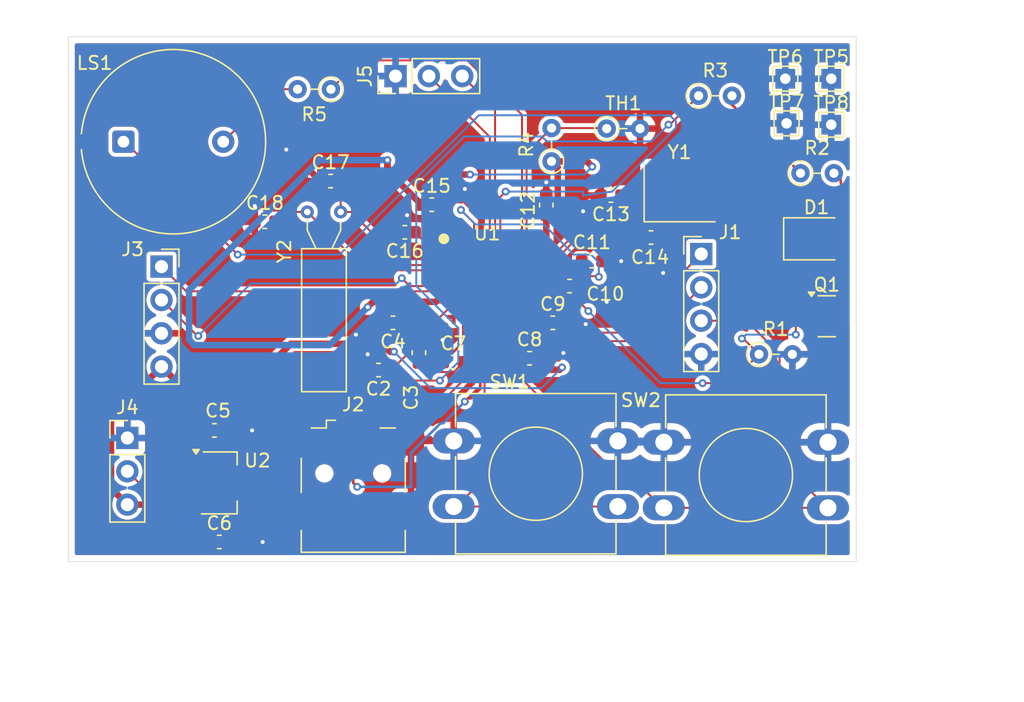
<source format=kicad_pcb>
(kicad_pcb (version 20240108) (generator "pcbnew") (generator_version "8.0")
  (layers (0 "F.Cu" signal) (1 "In1.Cu" signal) (2 "In2.Cu" signal) (31 "B.Cu" signal) (34 "B.Paste" user) (35 "F.Paste" user) (36 "B.SilkS" user "B.Silkscreen") (37 "F.SilkS" user "F.Silkscreen") (38 "B.Mask" user) (39 "F.Mask" user) (44 "Edge.Cuts" user))
  (net 0 "")
  (net 1 "+3.3V")
  (net 2 "GND")
  (net 3 "/VBUS")
  (net 4 "Net-(U1-DECUSB)")
  (net 5 "Net-(U1-DEC5)")
  (net 6 "/DEC4_6")
  (net 7 "Net-(U1-DEC3)")
  (net 8 "Net-(U1-XC2)")
  (net 9 "Net-(U1-XC1)")
  (net 10 "Net-(U1-DEC1)")
  (net 11 "Net-(U1-P0.00{slash}XL1)")
  (net 12 "Net-(U1-P0.01{slash}XL2)")
  (net 13 "Net-(D1-K)")
  (net 14 "Net-(D1-A)")
  (net 15 "Net-(J1-Pin_2)")
  (net 16 "Net-(J1-Pin_3)")
  (net 17 "Net-(J1-Pin_1)")
  (net 18 "Net-(J2-D+)")
  (net 20 "Net-(J2-D-)")
  (net 21 "Net-(J3-Pin_1)")
  (net 22 "Net-(J3-Pin_2)")
  (net 23 "Net-(J5-Pin_2)")
  (net 24 "Net-(J5-Pin_3)")
  (net 25 "Net-(U1-AIN4{slash}P0.28)")
  (net 26 "Net-(LS1-Pad2)")
  (net 27 "/LED_MOSFET_GATE")
  (net 28 "Net-(R2-Pad1)")
  (net 29 "Net-(U1-AIN1{slash}P0.03)")
  (net 30 "Net-(U1-AIN0{slash}P0.02)")
  (net 31 "Net-(U1-P0.17)")
  (footprint "Capacitor_SMD:C_0603_1608Metric" (layer "F.Cu") (at 86.875 100.1)
    (property "Reference" "C11")
    (property "Value" "100pF")
  )
  (footprint "Resistor_THT:R_Axial_DIN0204_L3.6mm_D1.6mm_P2.54mm_Vertical" (layer "F.Cu") (at 95 87.5)
    (property "Reference" "R3")
    (property "Value" "22")
  )
  (footprint "Capacitor_SMD:C_0603_1608Metric" (layer "F.Cu") (at 58.125 113)
    (property "Reference" "C5")
    (property "Value" "4.7uF")
  )
  (footprint "Capacitor_SMD:C_0603_1608Metric" (layer "F.Cu") (at 85.175 102)
    (property "Reference" "C10")
    (property "Value" "1uF")
  )
  (footprint "LED_SMD:LED_PLCC_2835_Handsoldering" (layer "F.Cu") (at 103.975 98.4)
    (property "Reference" "D1")
    (property "Value" "LED")
  )
  (footprint "Capacitor_SMD:C_0603_1608Metric" (layer "F.Cu") (at 66.975 94)
    (property "Reference" "C17")
    (property "Value" "12pF")
  )
  (footprint "Crystal:Crystal_AT310_D3.0mm_L10.0mm_Horizontal" (layer "F.Cu") (at 65.2 96.35)
    (property "Reference" "Y2")
    (property "Value" "32kHz")
  )
  (footprint "Connector_PinHeader_2.54mm:PinHeader_1x04_P2.54mm_Vertical" (layer "F.Cu") (at 95.2 99.56)
    (property "Reference" "J1")
    (property "Value" "Conn_01x04")
  )
  (footprint "Capacitor_SMD:C_0603_1608Metric" (layer "F.Cu") (at 91.375 98.3)
    (property "Reference" "C14")
    (property "Value" "12pF")
  )
  (footprint "Capacitor_SMD:C_0603_1608Metric" (layer "F.Cu") (at 58.5 121.5)
    (property "Reference" "C6")
    (property "Value" "4.7uF")
  )
  (footprint "Crystal:Crystal_SMD_3225-4Pin_3.2x2.5mm_HandSoldering" (layer "F.Cu") (at 93.55 94.85)
    (property "Reference" "Y1")
    (property "Value" "32MHz")
  )
  (footprint "Package_TO_SOT_SMD:SOT-89-3" (layer "F.Cu") (at 58.5 117)
    (property "Reference" "U2")
    (property "Value" "MCP1700x-330xxMB")
  )
  (footprint "Capacitor_SMD:C_0603_1608Metric" (layer "F.Cu") (at 71.725 104.8 180)
    (property "Reference" "C4")
    (property "Value" "1uF")
  )
  (footprint "Connector_PinHeader_2.54mm:PinHeader_1x03_P2.54mm_Vertical" (layer "F.Cu") (at 51.5 113.575)
    (property "Reference" "J4")
    (property "Value" "Conn_01x03")
  )
  (footprint "Connector_PinSocket_2.54mm:PinSocket_1x04_P2.54mm_Vertical" (layer "F.Cu") (at 54.1 100.52)
    (property "Reference" "J3")
    (property "Value" "Conn_01x04")
  )
  (footprint "Resistor_THT:R_Axial_DIN0204_L3.6mm_D1.6mm_P2.54mm_Vertical" (layer "F.Cu") (at 83.8 92.5 90)
    (property "Reference" "R4")
    (property "Value" "10k")
  )
  (footprint "E7020E:TestPoint_THTPad_1.5x1.5mm_Drill0.8mm" (layer "F.Cu") (at 101.7 89.6)
    (property "Reference" "TP7")
    (property "Value" "TestPoint")
  )
  (footprint "Capacitor_SMD:C_0603_1608Metric" (layer "F.Cu") (at 76.325 107.8)
    (property "Reference" "C7")
    (property "Value" "4.7uF")
  )
  (footprint "Capacitor_SMD:C_0603_1608Metric" (layer "F.Cu") (at 70.625 108.4 180)
    (property "Reference" "C2")
    (property "Value" "1uF")
  )
  (footprint "Resistor_THT:R_Axial_DIN0204_L3.6mm_D1.6mm_P2.54mm_Vertical" (layer "F.Cu") (at 88 90)
    (property "Reference" "TH1")
    (property "Value" "Thermistor_NTC")
  )
  (footprint "Button_Switch_THT:SW_PUSH-12mm" (layer "F.Cu") (at 92.35 113.9)
    (property "Reference" "SW2")
    (property "Value" "SW_Push")
  )
  (footprint "Capacitor_SMD:C_0603_1608Metric" (layer "F.Cu") (at 88.325 95.1 180)
    (property "Reference" "C13")
    (property "Value" "12pF")
  )
  (footprint "E7020E:TestPoint_THTPad_1.5x1.5mm_Drill0.8mm" (layer "F.Cu") (at 105.1 89.7)
    (property "Reference" "TP8")
    (property "Value" "TestPoint")
  )
  (footprint "Capacitor_SMD:C_0603_1608Metric" (layer "F.Cu") (at 74.675 95.8)
    (property "Reference" "C15")
    (property "Value" "1uF")
  )
  (footprint "Capacitor_SMD:C_0603_1608Metric" (layer "F.Cu") (at 82.125 107.5)
    (property "Reference" "C8")
    (property "Value" "100nF")
  )
  (footprint "Capacitor_SMD:C_0603_1608Metric" (layer "F.Cu") (at 83.9 104.8)
    (property "Reference" "C9")
    (property "Value" "828pF")
  )
  (footprint "Capacitor_SMD:C_0603_1608Metric" (layer "F.Cu") (at 73.7 107.075 -90)
    (property "Reference" "C3")
    (property "Value" "4.7uF")
  )
  (footprint "E7020E:TestPoint_THTPad_1.5x1.5mm_Drill0.8mm" (layer "F.Cu") (at 101.6 86.2)
    (property "Reference" "TP6")
    (property "Value" "TestPoint")
  )
  (footprint "Buzzer_Beeper:Indicator_PUI_AI-1440-TWT-24V-2-R" (layer "F.Cu") (at 51.2 91)
    (property "Reference" "LS1")
    (property "Value" "Speaker_Crystal")
  )
  (footprint "Capacitor_SMD:C_0603_1608Metric" (layer "F.Cu") (at 83.4 95.825 90)
    (property "Reference" "C12")
    (property "Value" "100nF")
  )
  (footprint "Button_Switch_THT:SW_PUSH-12mm" (layer "F.Cu") (at 76.35 113.8)
    (property "Reference" "SW1")
    (property "Value" "SW_Push")
  )
  (footprint "Connector_PinHeader_2.54mm:PinHeader_1x03_P2.54mm_Vertical" (layer "F.Cu") (at 71.92 86 90)
    (property "Reference" "J5")
    (property "Value" "Conn_01x03")
  )
  (footprint "Connector_USB:USB_Mini-B_Wuerth_65100516121_Horizontal" (layer "F.Cu") (at 68.7 116.275)
    (property "Reference" "J2")
    (property "Value" "USB_B_Mini")
  )
  (footprint "Resistor_THT:R_Axial_DIN0204_L3.6mm_D1.6mm_P2.54mm_Vertical" (layer "F.Cu") (at 67 87 180)
    (property "Reference" "R5")
    (property "Value" "100")
  )
  (footprint "Resistor_THT:R_Axial_DIN0204_L3.6mm_D1.6mm_P2.54mm_Vertical" (layer "F.Cu") (at 102.76 93.4)
    (property "Reference" "R2")
    (property "Value" "22")
  )
  (footprint "Capacitor_SMD:C_0603_1608Metric" (layer "F.Cu") (at 72.625 97.9 180)
    (property "Reference" "C16")
    (property "Value" "4.7uF")
  )
  (footprint "Resistor_THT:R_Axial_DIN0204_L3.6mm_D1.6mm_P2.54mm_Vertical" (layer "F.Cu") (at 99.6 107.2)
    (property "Reference" "R1")
    (property "Value" "10k")
  )
  (footprint "E7020E:TestPoint_THTPad_1.5x1.5mm_Drill0.8mm" (layer "F.Cu") (at 105.1 86.2)
    (property "Reference" "TP5")
    (property "Value" "TestPoint")
  )
  (footprint "Package_TO_SOT_SMD:SOT-23" (layer "F.Cu") (at 104.7625 104.3)
    (property "Reference" "Q1")
    (property "Value" "Q_NMOS_GSD")
  )
  (footprint "Capacitor_SMD:C_0603_1608Metric" (layer "F.Cu") (at 61.975 97.1)
    (property "Reference" "C18")
    (property "Value" "12pF")
  )
  (footprint "E7020E:QFN-40-1EP_5x5mm_P0.4mm_EP3.6x3.6mm" (layer "F.Cu") (at 78.9 101.8)
    (property "Reference" "U1")
    (property "Value" "nRF52833-QDxx")
  )
  (gr_rect (start 47 83) (end 107 123) (stroke (width 0.05)) (fill none) (layer "Edge.Cuts"))
  (segment (start 81.35 107.5) (end 79.9 106.05) (width 0.15) (layer "F.Cu") (net 1))
  (segment (start 76.2 93.5) (end 77.6 93.5) (width 0.5) (layer "F.Cu") (net 1))
  (segment (start 71.6 93.5) (end 71.8 93.5) (width 0.15) (layer "F.Cu") (net 1))
  (segment (start 84.275 95.725) (end 84.275 92.975) (width 0.5) (layer "F.Cu") (net 1))
  (segment (start 84.425 108.375) (end 84.6 108.2) (width 0.5) (layer "F.Cu") (net 1))
  (segment (start 56.395 118.655) (end 56.55 118.5) (width 0.5) (layer "F.Cu") (net 1))
  (segment (start 83.4 96.6) (end 84.275 95.725) (width 0.5) (layer "F.Cu") (net 1))
  (segment (start 50.25 111.99) (end 54.1 108.14) (width 0.5) (layer "F.Cu") (net 1))
  (segment (start 83.4 99.5) (end 83.025 99.875) (width 0.5) (layer "F.Cu") (net 1))
  (segment (start 76.41 103.2) (end 76.41 102.8) (width 0.15) (layer "F.Cu") (net 1))
  (segment (start 83.8 92.5) (end 86.5 92.5) (width 0.5) (layer "F.Cu") (net 1))
  (segment (start 71.3 93) (end 71.8 93.5) (width 0.5) (layer "F.Cu") (net 1))
  (segment (start 86.5 92.5) (end 86.9 92.9) (width 0.5) (layer "F.Cu") (net 1))
  (segment (start 73.9 95.8) (end 76.2 93.5) (width 0.5) (layer "F.Cu") (net 1))
  (segment (start 71.3 92.4) (end 71.3 93.2) (width 0.5) (layer "F.Cu") (net 1))
  (segment (start 74.2 103.2) (end 70.2 103.2) (width 0.5) (layer "F.Cu") (net 1))
  (segment (start 79.9 106.05) (end 79.9 104.29) (width 0.15) (layer "F.Cu") (net 1))
  (segment (start 83.4 96.6) (end 83.4 99.5) (width 0.5) (layer "F.Cu") (net 1))
  (segment (start 57.35 113) (end 57.35 111.39) (width 0.5) (layer "F.Cu") (net 1))
  (segment (start 70.9 106.4) (end 72.5 104.8) (width 0.5) (layer "F.Cu") (net 1))
  (segment (start 81.35 107.5) (end 82.225 108.375) (width 0.5) (layer "F.Cu") (net 1))
  (segment (start 84.275 92.975) (end 83.8 92.5) (width 0.5) (layer "F.Cu") (net 1))
  (segment (start 75 103.2) (end 74.2 103.2) (width 0.5) (layer "F.Cu") (net 1))
  (segment (start 57.35 111.39) (end 54.1 108.14) (width 0.5) (layer "F.Cu") (net 1))
  (segment (start 74.1 103.2) (end 74.2 103.2) (width 0.5) (layer "F.Cu") (net 1))
  (segment (start 63.95 106.4) (end 70.9 106.4) (width 0.5) (layer "F.Cu") (net 1))
  (segment (start 71.8 107) (end 71.5 107) (width 0.5) (layer "F.Cu") (net 1))
  (segment (start 57.35 113) (end 63.95 106.4) (width 0.5) (layer "F.Cu") (net 1))
  (segment (start 75.125 103.075) (end 76.41 103.075) (width 0.5) (layer "F.Cu") (net 1))
  (segment (start 51.5 118.655) (end 50.25 117.405) (width 0.5) (layer "F.Cu") (net 1))
  (segment (start 72.5 104.8) (end 74.1 103.2) (width 0.5) (layer "F.Cu") (net 1))
  (segment (start 83.025 99.875) (end 81.39 99.875) (width 0.5) (layer "F.Cu") (net 1))
  (segment (start 75 103.2) (end 75.125 103.075) (width 0.5) (layer "F.Cu") (net 1))
  (segment (start 73.9 95.8) (end 75.4 97.3) (width 0.5) (layer "F.Cu") (net 1))
  (segment (start 75 103.2) (end 74.1 103.2) (width 0.15) (layer "F.Cu") (net 1))
  (segment (start 70.2 103.2) (end 69.8 103.6) (width 0.5) (layer "F.Cu") (net 1))
  (segment (start 50.25 117.405) (end 50.25 111.99) (width 0.5) (layer "F.Cu") (net 1))
  (segment (start 84.15 92.85) (end 83.8 92.5) (width 0.15) (layer "F.Cu") (net 1))
  (segment (start 51.5 118.655) (end 56.395 118.655) (width 0.5) (layer "F.Cu") (net 1))
  (segment (start 75.4 97.3) (end 76.5 97.3) (width 0.5) (layer "F.Cu") (net 1))
  (segment (start 71.3 92.4) (end 71.3 93) (width 0.5) (layer "F.Cu") (net 1))
  (segment (start 82.225 108.375) (end 84.425 108.375) (width 0.5) (layer "F.Cu") (net 1))
  (segment (start 71.3 93.2) (end 73.9 95.8) (width 0.5) (layer "F.Cu") (net 1))
  (segment (start 76.5 97.3) (end 76.975 97.775) (width 0.5) (layer "F.Cu") (net 1))
  (segment (start 71.5 107) (end 70.9 106.4) (width 0.5) (layer "F.Cu") (net 1))
  (segment (start 76.975 97.775) (end 76.975 99.31) (width 0.5) (layer "F.Cu") (net 1))
  (via (at 86.9 92.9) (size 0.6) (drill 0.3) (layers "F.Cu" "B.Cu") (net 1))
  (via (at 84.6 108.2) (size 0.6) (drill 0.3) (layers "F.Cu" "B.Cu") (net 1))
  (via (at 69.8 103.6) (size 0.6) (drill 0.3) (layers "F.Cu" "B.Cu") (net 1))
  (via (at 77.6 93.5) (size 0.6) (drill 0.3) (layers "F.Cu" "B.Cu") (net 1))
  (via (at 71.8 107) (size 0.6) (drill 0.3) (layers "F.Cu" "B.Cu") (net 1))
  (via (at 71.3 92.4) (size 0.6) (drill 0.3) (layers "F.Cu" "B.Cu") (net 1))
  (segment (start 86.3 93.5) (end 86.9 92.9) (width 0.15) (layer "B.Cu") (net 1))
  (segment (start 56.2 102.31005) (end 66.11005 92.4) (width 0.5) (layer "B.Cu") (net 1))
  (segment (start 56.61005 106.5) (end 56.2 106.08995) (width 0.5) (layer "B.Cu") (net 1))
  (segment (start 66.11005 92.4) (end 71.3 92.4) (width 0.5) (layer "B.Cu") (net 1))
  (segment (start 66.9 106.5) (end 56.61005 106.5) (width 0.5) (layer "B.Cu") (net 1))
  (segment (start 69.8 103.6) (end 66.9 106.5) (width 0.5) (layer "B.Cu") (net 1))
  (segment (start 74.575 109.775) (end 71.8 107) (width 0.15) (layer "B.Cu") (net 1))
  (segment (start 56.2 106.08995) (end 56.2 102.31005) (width 0.5) (layer "B.Cu") (net 1))
  (segment (start 84.6 108.2) (end 83.025 109.775) (width 0.15) (layer "B.Cu") (net 1))
  (segment (start 83.025 109.775) (end 74.575 109.775) (width 0.15) (layer "B.Cu") (net 1))
  (segment (start 77.6 93.5) (end 86.3 93.5) (width 0.15) (layer "B.Cu") (net 1))
  (segment (start 77.175 95.625) (end 77.175 94.625) (width 0.15) (layer "F.Cu") (net 2))
  (segment (start 77.138173 95.625) (end 78.3 96.786827) (width 0.15) (layer "F.Cu") (net 2))
  (segment (start 78.3 96.786827) (end 78.3 101.2) (width 0.15) (layer "F.Cu") (net 2))
  (segment (start 61.8 121.5) (end 59.275 121.5) (width 0.5) (layer "F.Cu") (net 2))
  (segment (start 63.8 91.6) (end 66.2 94) (width 0.5) (layer "F.Cu") (net 2))
  (segment (start 61.2 97.1) (end 61.2 95.9) (width 0.5) (layer "F.Cu") (net 2))
  (segment (start 75.45 106.1) (end 75.5 106.1) (width 0.15) (layer "F.Cu") (net 2))
  (segment (start 85.95 102) (end 86.8 102) (width 0.5) (layer "F.Cu") (net 2))
  (segment (start 78.3 96.75) (end 78.3 101.2) (width 0.15) (layer "F.Cu") (net 2))
  (segment (start 87.4 95.1) (end 86.2 96.3) (width 0.5) (layer "F.Cu") (net 2))
  (segment (start 86.3 104.8) (end 86.4 104.9) (width 0.5) (layer "F.Cu") (net 2))
  (segment (start 74.4 108.55) (end 73.7 107.85) (width 0.15) (layer "F.Cu") (net 2))
  (segment (start 63.6 91.6) (end 63.8 91.6) (width 0.5) (layer "F.Cu") (net 2))
  (segment (start 76.55 115.725) (end 73.1 119.175) (width 0.15) (layer "F.Cu") (net 2))
  (segment (start 73.7 107.85) (end 75.45 106.1) (width 0.15) (layer "F.Cu") (net 2))
  (segment (start 68.9 105.7) (end 69.8 104.8) (width 0.15) (layer "F.Cu") (net 2))
  (segment (start 75.625 95.625) (end 77.175 95.625) (width 0.15) (layer "F.Cu") (net 2))
  (segment (start 83.4 95.05) (end 83.4 94.1) (width 0.5) (layer "F.Cu") (net 2))
  (segment (start 86.8 102) (end 88 103.2) (width 0.5) (layer "F.Cu") (net 2))
  (segment (start 69.8 104.8) (end 70.95 104.8) (width 0.15) (layer "F.Cu") (net 2))
  (segment (start 84.675 104.8) (end 86.3 104.8) (width 0.5) (layer "F.Cu") (net 2))
  (segment (start 87.55 95.1) (end 87.4 95.1) (width 0.5) (layer "F.Cu") (net 2))
  (segment (start 58.9 113) (end 61 113) (width 0.5) (layer "F.Cu") (net 2))
  (segment (start 90.54 90) (end 90.54 90.320661) (width 0.5) (layer "F.Cu") (net 2))
  (segment (start 77.1 107.8) (end 76.35 108.55) (width 0.15) (layer "F.Cu") (net 2))
  (segment (start 72.8 96.6) (end 71.85 97.55) (width 0.5) (layer "F.Cu") (net 2))
  (segment (start 92.15 100.85) (end 92.3 101) (width 0.5) (layer "F.Cu") (net 2))
  (segment (start 76.55 113.8) (end 76.55 115.725) (width 0.15) (layer "F.Cu") (net 2))
  (segment (start 92.15 98.3) (end 92.15 100.85) (width 0.5) (layer "F.Cu") (net 2))
  (segment (start 77.175 94.625) (end 77.2 94.6) (width 0.15) (layer "F.Cu") (net 2))
  (segment (start 77.175 95.625) (end 78.3 96.75) (width 0.15) (layer "F.Cu") (net 2))
  (segment (start 69.85 107.25) (end 69.8 107.2) (width 0.5) (layer "F.Cu") (net 2))
  (segment (start 84.3 107.5) (end 84.7 107.1) (width 0.5) (layer "F.Cu") (net 2))
  (segment (start 76.35 108.55) (end 74.4 108.55) (width 0.15) (layer "F.Cu") (net 2))
  (segment (start 76.35 113.8) (end 76.35 115.925) (width 0.5) (layer "F.Cu") (net 2))
  (segment (start 103.825 105.515) (end 103.825 105.25) (width 0.15) (layer "F.Cu") (net 2))
  (segment (start 76.35 115.925) (end 73.1 119.175) (width 0.5) (layer "F.Cu") (net 2))
  (segment (start 73.225 113.8) (end 73.1 113.675) (width 0.5) (layer "F.Cu") (net 2))
  (segment (start 87.65 100.1) (end 89.1 100.1) (width 0.5) (layer "F.Cu") (net 2))
  (segment (start 76.35 113.8) (end 73.225 113.8) (width 0.5) (layer "F.Cu") (net 2))
  (segment (start 78.3 101.2) (end 78.9 101.8) (width 0.15) (layer "F.Cu") (net 2))
  (segment (start 69.85 108.4) (end 69.85 107.25) (width 0.5) (layer "F.Cu") (net 2))
  (segment (start 82.9 107.5) (end 84.3 107.5) (width 0.5) (layer "F.Cu") (net 2))
  (segment (start 71.85 97.55) (end 71.85 97.9) (width 0.5) (layer "F.Cu") (net 2))
  (segment (start 75.45 95.8) (end 75.625 95.625) (width 0.15) (layer "F.Cu") (net 2))
  (via (at 77.2 94.6) (size 0.6) (drill 0.3) (layers "F.Cu" "B.Cu") (net 2))
  (via (at 61.8 121.5) (size 0.6) (drill 0.3) (layers "F.Cu" "B.Cu") (net 2))
  (via (at 75.5 106.1) (size 0.6) (drill 0.3) (layers "F.Cu" "B.Cu") (net 2))
  (via (at 89.1 100.1) (size 0.6) (drill 0.3) (layers "F.Cu" "B.Cu") (net 2))
  (via (at 83.4 94.1) (size 0.6) (drill 0.3) (layers "F.Cu" "B.Cu") (net 2))
  (via (at 88 103.2) (size 0.6) (drill 0.3) (layers "F.Cu" "B.Cu") (net 2))
  (via (at 63.6 91.6) (size 0.6) (drill 0.3) (layers "F.Cu" "B.Cu") (net 2))
  (via (at 61.2 95.9) (size 0.6) (drill 0.3) (layers "F.Cu" "B.Cu") (net 2))
  (via (at 68.9 105.7) (size 0.6) (drill 0.3) (layers "F.Cu" "B.Cu") (net 2))
  (via (at 84.7 107.1) (size 0.6) (drill 0.3) (layers "F.Cu" "B.Cu") (net 2))
  (via (at 86.2 96.3) (size 0.6) (drill 0.3) (layers "F.Cu" "B.Cu") (net 2))
  (via (at 92.3 101) (size 0.6) (drill 0.3) (layers "F.Cu" "B.Cu") (net 2))
  (via (at 72.8 96.6) (size 0.6) (drill 0.3) (layers "F.Cu" "B.Cu") (net 2))
  (via (at 69.8 107.2) (size 0.6) (drill 0.3) (layers "F.Cu" "B.Cu") (net 2))
  (via (at 86.4 104.9) (size 0.6) (drill 0.3) (layers "F.Cu" "B.Cu") (net 2))
  (via (at 61 113) (size 0.6) (drill 0.3) (layers "F.Cu" "B.Cu") (net 2))
  (segment (start 75.5 106.1) (end 69.3 106.1) (width 0.15) (layer "B.Cu") (net 2))
  (segment (start 69.3 106.1) (end 68.9 105.7) (width 0.15) (layer "B.Cu") (net 2))
  (segment (start 95 87.5) (end 92.8 89.7) (width 0.15) (layer "F.Cu") (net 3))
  (segment (start 73.7 106.3) (end 73.7 105.96967) (width 0.15) (layer "F.Cu") (net 3))
  (segment (start 72.2 109.2) (end 71.4 108.4) (width 0.15) (layer "F.Cu") (net 3))
  (segment (start 76.06967 103.6) (end 76.41 103.6) (width 0.15) (layer "F.Cu") (net 3))
  (segment (start 52.385 117) (end 51.5 116.115) (width 0.15) (layer "F.Cu") (net 3))
  (segment (start 57.0925 117.455) (end 63.32 117.455) (width 0.15) (layer "F.Cu") (net 3))
  (segment (start 56.6375 117) (end 52.385 117) (width 0.15) (layer "F.Cu") (net 3))
  (segment (start 57.725 118.0875) (end 56.6375 117) (width 0.15) (layer "F.Cu") (net 3))
  (segment (start 73.7 105.96967) (end 76.06967 103.6) (width 0.15) (layer "F.Cu") (net 3))
  (segment (start 71.6 108.4) (end 71.4 108.4) (width 0.15) (layer "F.Cu") (net 3))
  (segment (start 71.125 108.4) (end 67.1 112.425) (width 0.15) (layer "F.Cu") (net 3))
  (segment (start 75.3 109.2) (end 72.2 109.2) (width 0.15) (layer "F.Cu") (net 3))
  (segment (start 71.4 108.4) (end 71.125 108.4) (width 0.15) (layer "F.Cu") (net 3))
  (segment (start 67.1 112.425) (end 67.1 113.675) (width 0.15) (layer "F.Cu") (net 3))
  (segment (start 57.725 121.5) (end 57.725 118.0875) (width 0.15) (layer "F.Cu") (net 3))
  (segment (start 56.6375 117) (end 57.0925 117.455) (width 0.15) (layer "F.Cu") (net 3))
  (segment (start 92.8 89.7) (end 92.7 89.7) (width 0.15) (layer "F.Cu") (net 3))
  (segment (start 73.7 106.3) (end 71.6 108.4) (width 0.15) (layer "F.Cu") (net 3))
  (segment (start 63.32 117.455) (end 67.1 113.675) (width 0.15) (layer "F.Cu") (net 3))
  (via (at 92.7 89.7) (size 0.6) (drill 0.3) (layers "F.Cu" "B.Cu") (net 3))
  (via (at 75.3 109.2) (size 0.6) (drill 0.3) (layers "F.Cu" "B.Cu") (net 3))
  (segment (start 83.061141 90.6) (end 77.15 90.6) (width 0.15) (layer "B.Cu") (net 3))
  (segment (start 92.7 89.7) (end 91.425 90.975) (width 0.15) (layer "B.Cu") (net 3))
  (segment (start 77.15 90.6) (end 73.5 94.25) (width 0.15) (layer "B.Cu") (net 3))
  (segment (start 76.7 107.8) (end 75.3 109.2) (width 0.15) (layer "B.Cu") (net 3))
  (segment (start 76.7 105.2) (end 76.7 107.8) (width 0.15) (layer "B.Cu") (net 3))
  (segment (start 83.436141 90.975) (end 83.061141 90.6) (width 0.15) (layer "B.Cu") (net 3))
  (segment (start 73.5 94.25) (end 73.5 102) (width 0.15) (layer "B.Cu") (net 3))
  (segment (start 91.425 90.975) (end 83.436141 90.975) (width 0.15) (layer "B.Cu") (net 3))
  (segment (start 73.5 102) (end 76.7 105.2) (width 0.15) (layer "B.Cu") (net 3))
  (segment (start 75.55 107.8) (end 77.075 106.275) (width 0.2) (layer "F.Cu") (net 4))
  (segment (start 77.075 106.275) (end 77.075 104.690685) (width 0.2) (layer "F.Cu") (net 4))
  (segment (start 81.39 103.6) (end 81.925 103.6) (width 0.15) (layer "F.Cu") (net 5))
  (segment (start 81.925 103.6) (end 83.125 104.8) (width 0.15) (layer "F.Cu") (net 5))
  (segment (start 87.35 101.25) (end 85.511658 101.25) (width 0.15) (layer "F.Cu") (net 6))
  (segment (start 81.39 101.6) (end 84 101.6) (width 0.15) (layer "F.Cu") (net 6))
  (segment (start 77.9 99.31) (end 77.9 97.2) (width 0.15) (layer "F.Cu") (net 6))
  (segment (start 87.4 101.3) (end 87.35 101.25) (width 0.15) (layer "F.Cu") (net 6))
  (segment (start 84 101.6) (end 84.4 102) (width 0.15) (layer "F.Cu") (net 6))
  (segment (start 84.761658 102) (end 84.4 102) (width 0.15) (layer "F.Cu") (net 6))
  (segment (start 77.9 97.2) (end 76.9 96.2) (width 0.15) (layer "F.Cu") (net 6))
  (segment (start 85.511658 101.25) (end 84.761658 102) (width 0.15) (layer "F.Cu") (net 6))
  (via (at 76.9 96.2) (size 0.6) (drill 0.3) (layers "F.Cu" "B.Cu") (net 6))
  (via (at 87.4 101.3) (size 0.6) (drill 0.3) (layers "F.Cu" "B.Cu") (net 6))
  (segment (start 85.5 99.6) (end 83.2 97.3) (width 0.15) (layer "B.Cu") (net 6))
  (segment (start 86.8 99.6) (end 85.5 99.6) (width 0.15) (layer "B.Cu") (net 6))
  (segment (start 87.4 101.3) (end 87.4 100.2) (width 0.15) (layer "B.Cu") (net 6))
  (segment (start 83.2 97.3) (end 78 97.3) (width 0.15) (layer "B.Cu") (net 6))
  (segment (start 87.4 100.2) (end 86.8 99.6) (width 0.15) (layer "B.Cu") (net 6))
  (segment (start 78 97.3) (end 76.9 96.2) (width 0.15) (layer "B.Cu") (net 6))
  (segment (start 86.1 100.1) (end 85 101.2) (width 0.15) (layer "F.Cu") (net 7))
  (segment (start 85 101.2) (end 81.39 101.2) (width 0.15) (layer "F.Cu") (net 7))
  (segment (start 83.205026 100.4) (end 81.39 100.4) (width 0.15) (layer "F.Cu") (net 8))
  (segment (start 86.25 97.95) (end 89.1 95.1) (width 0.2) (layer "F.Cu") (net 8))
  (segment (start 90 96) (end 89.1 95.1) (width 0.15) (layer "F.Cu") (net 8))
  (segment (start 92.1 96) (end 90 96) (width 0.15) (layer "F.Cu") (net 8))
  (segment (start 85.655026 97.95) (end 83.205026 100.4) (width 0.15) (layer "F.Cu") (net 8))
  (segment (start 86.25 97.95) (end 85.655026 97.95) (width 0.15) (layer "F.Cu") (net 8))
  (segment (start 85.8 98.3) (end 90.6 98.3) (width 0.15) (layer "F.Cu") (net 9))
  (segment (start 93.425 97.175) (end 93.6 97) (width 0.15) (layer "F.Cu") (net 9))
  (segment (start 83.3 100.8) (end 85.8 98.3) (width 0.15) (layer "F.Cu") (net 9))
  (segment (start 93.6 94.95) (end 94.85 93.7) (width 0.15) (layer "F.Cu") (net 9))
  (segment (start 93.6 97) (end 93.6 94.95) (width 0.15) (layer "F.Cu") (net 9))
  (segment (start 90.6 98.3) (end 91.725 97.175) (width 0.15) (layer "F.Cu") (net 9))
  (segment (start 94.85 93.7) (end 95 93.7) (width 0.15) (layer "F.Cu") (net 9))
  (segment (start 91.725 97.175) (end 93.425 97.175) (width 0.15) (layer "F.Cu") (net 9))
  (segment (start 81.39 100.8) (end 83.3 100.8) (width 0.15) (layer "F.Cu") (net 9))
  (segment (start 75.5 100) (end 76.41 100) (width 0.15) (layer "F.Cu") (net 10))
  (segment (start 73.4 97.9) (end 75.5 100) (width 0.15) (layer "F.Cu") (net 10))
  (segment (start 72.586827 100.4) (end 68.536827 96.35) (width 0.15) (layer "F.Cu") (net 11))
  (segment (start 68.536827 96.35) (end 67.74 96.35) (width 0.15) (layer "F.Cu") (net 11))
  (segment (start 76.41 100.4) (end 72.586827 100.4) (width 0.15) (layer "F.Cu") (net 11))
  (segment (start 67.74 94.01) (end 67.75 94) (width 0.15) (layer "F.Cu") (net 11))
  (segment (start 67.74 96.35) (end 67.74 94.01) (width 0.15) (layer "F.Cu") (net 11))
  (segment (start 76.41 100.8) (end 69.65 100.8) (width 0.15) (layer "F.Cu") (net 12))
  (segment (start 69.65 100.8) (end 65.2 96.35) (width 0.15) (layer "F.Cu") (net 12))
  (segment (start 65.2 96.35) (end 63.5 96.35) (width 0.15) (layer "F.Cu") (net 12))
  (segment (start 63.5 96.35) (end 62.75 97.1) (width 0.15) (layer "F.Cu") (net 12))
  (segment (start 105.5 100.975) (end 102.925 98.4) (width 0.15) (layer "F.Cu") (net 13))
  (segment (start 105.7 104.3) (end 105.5 104.1) (width 0.15) (layer "F.Cu") (net 13))
  (segment (start 105.5 104.1) (end 105.5 100.975) (width 0.15) (layer "F.Cu") (net 13))
  (segment (start 105.825 94) (end 105.825 93.515) (width 0.15) (layer "F.Cu") (net 14))
  (segment (start 105.825 98.4) (end 105.825 94.1) (width 0.15) (layer "F.Cu") (net 14))
  (segment (start 105.825 94.1) (end 105.825 94) (width 0.2) (layer "F.Cu") (net 14))
  (segment (start 91.1 106.2) (end 95.2 102.1) (width 0.15) (layer "F.Cu") (net 15))
  (segment (start 80.3 104.29) (end 80.3 104.73153) (width 0.15) (layer "F.Cu") (net 15))
  (segment (start 80.3 104.73153) (end 81.76847 106.2) (width 0.15) (layer "F.Cu") (net 15))
  (segment (start 81.76847 106.2) (end 91.1 106.2) (width 0.15) (layer "F.Cu") (net 15))
  (segment (start 90.375 117.025) (end 89.475 117.025) (width 0.15) (layer "F.Cu") (net 16))
  (segment (start 79.1 106.65) (end 79.1 104.29) (width 0.15) (layer "F.Cu") (net 16))
  (segment (start 101.165 115.265) (end 101.165 107.165) (width 0.15) (layer "F.Cu") (net 16))
  (segment (start 92.25 118.9) (end 90.375 117.025) (width 0.15) (layer "F.Cu") (net 16))
  (segment (start 98.64 104.64) (end 95.2 104.64) (width 0.15) (layer "F.Cu") (net 16))
  (segment (start 101.165 107.165) (end 98.64 104.64) (width 0.15) (layer "F.Cu") (net 16))
  (segment (start 104.75 118.85) (end 101.165 115.265) (width 0.15) (layer "F.Cu") (net 16))
  (segment (start 89.475 117.025) (end 79.1 106.65) (width 0.15) (layer "F.Cu") (net 16))
  (segment (start 104.75 118.9) (end 104.75 118.85) (width 0.15) (layer "F.Cu") (net 16))
  (segment (start 92.25 118.9) (end 104.75 118.9) (width 0.15) (layer "F.Cu") (net 16))
  (segment (start 80.7 104.29) (end 80.7 104.63033) (width 0.15) (layer "F.Cu") (net 17))
  (segment (start 81.61967 105.55) (end 89.21 105.55) (width 0.15) (layer "F.Cu") (net 17))
  (segment (start 89.21 105.55) (end 95.2 99.56) (width 0.15) (layer "F.Cu") (net 17))
  (segment (start 80.7 104.63033) (end 81.61967 105.55) (width 0.15) (layer "F.Cu") (net 17))
  (segment (start 77.45 110.55) (end 78.1 109.9) (width 0.2) (layer "F.Cu") (net 18))
  (segment (start 77.9 104.696174) (end 77.9 104.29) (width 0.2) (layer "F.Cu") (net 18))
  (segment (start 77.45 110.55) (end 77.65 110.55) (width 0.2) (layer "F.Cu") (net 18))
  (segment (start 68.7 117) (end 69 117.3) (width 0.2) (layer "F.Cu") (net 18))
  (segment (start 78.375 105.171174) (end 77.9 104.696174) (width 0.2) (layer "F.Cu") (net 18))
  (segment (start 77.9 104.73153) (end 77.9 104.29) (width 0.15) (layer "F.Cu") (net 18))
  (segment (start 77.2 110.8) (end 77.45 110.55) (width 0.2) (layer "F.Cu") (net 18))
  (segment (start 77.65 110.55) (end 78.375 109.825) (width 0.2) (layer "F.Cu") (net 18))
  (segment (start 68.7 113.675) (end 68.7 117) (width 0.2) (layer "F.Cu") (net 18))
  (segment (start 78.375 109.825) (end 78.375 105.171174) (width 0.2) (layer "F.Cu") (net 18))
  (via (at 77.2 110.8) (size 0.6) (drill 0.3) (layers "F.Cu" "B.Cu") (net 18))
  (via (at 69 117.3) (size 0.6) (drill 0.3) (layers "F.Cu" "B.Cu") (net 18))
  (segment (start 73.1 114.702944) (end 75.351472 112.451472) (width 0.2) (layer "B.Cu") (net 18))
  (segment (start 73.1 117.3) (end 73.1 114.702944) (width 0.2) (layer "B.Cu") (net 18))
  (segment (start 75.548528 112.451472) (end 77.2 110.8) (width 0.2) (layer "B.Cu") (net 18))
  (segment (start 69 117.3) (end 73.1 117.3) (width 0.2) (layer "B.Cu") (net 18))
  (segment (start 75.351472 112.451472) (end 75.548528 112.451472) (width 0.2) (layer "B.Cu") (net 18))
  (segment (start 77.5 107.011658) (end 77.825 107.336658) (width 0.15) (layer "F.Cu") (net 20))
  (segment (start 77.825 107.336658) (end 77.825 108.425) (width 0.15) (layer "F.Cu") (net 20))
  (segment (start 77.825 108.425) (end 74.1 112.15) (width 0.15) (layer "F.Cu") (net 20))
  (segment (start 77.5 104.29) (end 77.5 107.011658) (width 0.15) (layer "F.Cu") (net 20))
  (segment (start 74.1 112.15) (end 68.25 112.15) (width 0.15) (layer "F.Cu") (net 20))
  (segment (start 68.25 112.15) (end 67.9 112.5) (width 0.15) (layer "F.Cu") (net 20))
  (segment (start 67.9 112.5) (end 67.9 113.675) (width 0.15) (layer "F.Cu") (net 20))
  (segment (start 54.1 100.52) (end 55.98 102.4) (width 0.15) (layer "F.Cu") (net 21))
  (segment (start 55.98 102.4) (end 76.41 102.4) (width 0.15) (layer "F.Cu") (net 21))
  (segment (start 56.84 105.8) (end 56.9 105.8) (width 0.15) (layer "F.Cu") (net 22))
  (segment (start 73 102) (end 76.41 102) (width 0.15) (layer "F.Cu") (net 22))
  (segment (start 54.1 103.06) (end 56.84 105.8) (width 0.15) (layer "F.Cu") (net 22))
  (segment (start 72.4 101.4) (end 73 102) (width 0.15) (layer "F.Cu") (net 22))
  (via (at 72.4 101.4) (size 0.6) (drill 0.3) (layers "F.Cu" "B.Cu") (net 22))
  (via (at 56.9 105.8) (size 0.6) (drill 0.3) (layers "F.Cu" "B.Cu") (net 22))
  (segment (start 72.4 101.4) (end 72 101.8) (width 0.15) (layer "B.Cu") (net 22))
  (segment (start 60.9 101.8) (end 56.9 105.8) (width 0.15) (layer "B.Cu") (net 22))
  (segment (start 72 101.8) (end 60.9 101.8) (width 0.15) (layer "B.Cu") (net 22))
  (segment (start 79.1 99.31) (end 79.1 90.64) (width 0.15) (layer "F.Cu") (net 23))
  (segment (start 79.1 90.64) (end 74.46 86) (width 0.15) (layer "F.Cu") (net 23))
  (segment (start 79.5 88.5) (end 77 86) (width 0.15) (layer "F.Cu") (net 24))
  (segment (start 79.5 99.31) (end 79.5 88.5) (width 0.15) (layer "F.Cu") (net 24))
  (segment (start 80.3 94.8) (end 79.9 95.2) (width 0.15) (layer "F.Cu") (net 25))
  (segment (start 51.3 91) (end 59.9 99.6) (width 0.15) (layer "F.Cu") (net 25))
  (segment (start 79.9 95.2) (end 79.9 99.31) (width 0.15) (layer "F.Cu") (net 25))
  (segment (start 51.2 91) (end 51.3 91) (width 0.15) (layer "F.Cu") (net 25))
  (via (at 80.3 94.8) (size 0.6) (drill 0.3) (layers "F.Cu" "B.Cu") (net 25))
  (via (at 59.9 99.6) (size 0.6) (drill 0.3) (layers "F.Cu" "B.Cu") (net 25))
  (segment (start 88.413173 94.8) (end 86.2 95.1) (width 0.15) (layer "B.Cu") (net 25))
  (segment (start 93.275 89.938173) (end 88.413173 94.8) (width 0.15) (layer "B.Cu") (net 25))
  (segment (start 86.2 95.1) (end 86.2 94.8) (width 0.15) (layer "B.Cu") (net 25))
  (segment (start 86.2 94.8) (end 80.3 94.8) (width 0.15) (layer "B.Cu") (net 25))
  (segment (start 78.270026 88.985) (end 92.798173 88.985) (width 0.15) (layer "B.Cu") (net 25))
  (segment (start 67.655025 99.6) (end 78.270026 88.985) (width 0.15) (layer "B.Cu") (net 25))
  (segment (start 93.275 89.461827) (end 93.275 89.938173) (width 0.15) (layer "B.Cu") (net 25))
  (segment (start 59.9 99.6) (end 67.655025 99.6) (width 0.15) (layer "B.Cu") (net 25))
  (segment (start 92.798173 88.985) (end 93.275 89.461827) (width 0.15) (layer "B.Cu") (net 25))
  (segment (start 62.8 87) (end 64.46 87) (width 0.15) (layer "F.Cu") (net 26))
  (segment (start 58.8 91) (end 62.8 87) (width 0.15) (layer "F.Cu") (net 26))
  (segment (start 99.6 107.2) (end 98.4 106) (width 0.15) (layer "F.Cu") (net 27))
  (segment (start 95.3 109.4) (end 97.4 109.4) (width 0.15) (layer "F.Cu") (net 27))
  (segment (start 97.4 109.4) (end 99.6 107.2) (width 0.15) (layer "F.Cu") (net 27))
  (segment (start 98.4 106) (end 98.3 106) (width 0.15) (layer "F.Cu") (net 27))
  (segment (start 102.4 104.775) (end 103.825 103.35) (width 0.15) (layer "F.Cu") (net 27))
  (segment (start 102.4 105.7) (end 102.4 104.775) (width 0.15) (layer "F.Cu") (net 27))
  (segment (start 81.39 103.2) (end 85.9 103.2) (width 0.15) (layer "F.Cu") (net 27))
  (segment (start 85.9 103.2) (end 86.6 103.9) (width 0.15) (layer "F.Cu") (net 27))
  (via (at 98.3 106) (size 0.6) (drill 0.3) (layers "F.Cu" "B.Cu") (net 27))
  (via (at 102.4 105.7) (size 0.6) (drill 0.3) (layers "F.Cu" "B.Cu") (net 27))
  (via (at 86.6 103.9) (size 0.6) (drill 0.3) (layers "F.Cu" "B.Cu") (net 27))
  (via (at 95.3 109.4) (size 0.6) (drill 0.3) (layers "F.Cu" "B.Cu") (net 27))
  (segment (start 98.6 105.7) (end 102.4 105.7) (width 0.15) (layer "B.Cu") (net 27))
  (segment (start 86.6 103.9) (end 92.1 109.4) (width 0.15) (layer "B.Cu") (net 27))
  (segment (start 98.3 106) (end 98.6 105.7) (width 0.15) (layer "B.Cu") (net 27))
  (segment (start 92.1 109.4) (end 95.3 109.4) (width 0.15) (layer "B.Cu") (net 27))
  (segment (start 102.76 93.4) (end 97.54 88.18) (width 0.2) (layer "F.Cu") (net 28))
  (segment (start 97.54 88.18) (end 97.54 87.5) (width 0.2) (layer "F.Cu") (net 28))
  (segment (start 80.7 99.31) (end 81.025 98.985) (width 0.15) (layer "F.Cu") (net 29))
  (segment (start 81.025 98.64467) (end 81.9 97.76967) (width 0.15) (layer "F.Cu") (net 29))
  (segment (start 81.9 97.76967) (end 81.9 91.86) (width 0.15) (layer "F.Cu") (net 29))
  (segment (start 83.8 89.96) (end 87.96 89.96) (width 0.15) (layer "F.Cu") (net 29))
  (segment (start 87.96 89.96) (end 88 90) (width 0.15) (layer "F.Cu") (net 29))
  (segment (start 81.9 91.86) (end 83.8 89.96) (width 0.15) (layer "F.Cu") (net 29))
  (segment (start 81.025 98.985) (end 81.025 98.64467) (width 0.15) (layer "F.Cu") (net 29))
  (segment (start 81.55 97.61847) (end 81.55 88.959009) (width 0.15) (layer "F.Cu") (net 30))
  (segment (start 77.390991 84.8) (end 69.2 84.8) (width 0.15) (layer "F.Cu") (net 30))
  (segment (start 69.2 84.8) (end 67 87) (width 0.15) (layer "F.Cu") (net 30))
  (segment (start 80.3 99.31) (end 80.3 98.86847) (width 0.15) (layer "F.Cu") (net 30))
  (segment (start 80.3 98.86847) (end 81.55 97.61847) (width 0.15) (layer "F.Cu") (net 30))
  (segment (start 81.55 88.959009) (end 77.390991 84.8) (width 0.15) (layer "F.Cu") (net 30))
  (segment (start 78.7 104.29) (end 78.7 116.65) (width 0.15) (layer "F.Cu") (net 31))
  (segment (start 78.7 116.65) (end 76.55 118.8) (width 0.15) (layer "F.Cu") (net 31))
  (segment (start 76.55 118.8) (end 89.05 118.8) (width 0.15) (layer "F.Cu") (net 31))
  (zone (net 0) (net_name "") (layers "F.Cu" "In1.Cu" "In2.Cu" "B.Cu") (connect_pads (clearance 0)) (min_thickness 0.25)
    (keepout (tracks allowed) (vias allowed) (pads allowed) (copperpour not_allowed) (footprints allowed))
    (fill (thermal_gap 0.5) (thermal_bridge_width 0.5))
    (polygon (pts (xy 75.7 85.1) (xy 76.3 85.1) (xy 75.9 86.3) (xy 75.5 86.2) (xy 75.2 85) (xy 75.4 84.8) (xy 75.7 84.9)))
  )
  (zone (net 2) (net_name "GND") (layers "F.Cu" "In1.Cu" "In2.Cu" "B.Cu") (name "GND") (connect_pads (clearance 0.3)) (min_thickness 0.25) (fill yes (thermal_gap 0.5) (thermal_bridge_width 0.5))
    (polygon (pts (xy 42 80.2) (xy 119.8 80.2) (xy 119.8 128) (xy 114.1 133.7) (xy 52.2 133.7) (xy 41.8 123.3) (xy 41.8 80.8) (xy 42.2 80.4)))
  )
)
</source>
